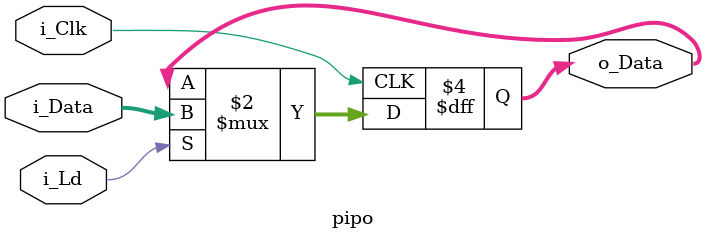
<source format=v>
module pipo(
    input        i_Clk,      // Input Clock
    input        i_Ld,       // Load Register
    input  [7:0] i_Data,     // Input data bus
    output reg [7:0] o_Data      // Output data bus
    );

    always @(posedge i_Clk ) begin
        if (i_Ld) o_Data <= i_Data;
    end
endmodule
</source>
